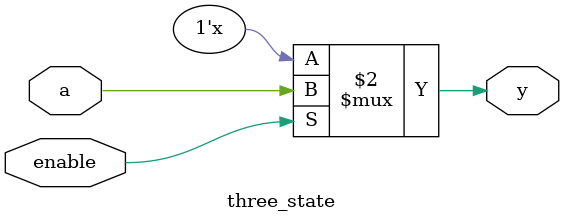
<source format=sv>

module three_state
    (input logic a, enable,
    output logic y);

    always_comb
        y = enable ? a : 1'bz;

endmodule
</source>
